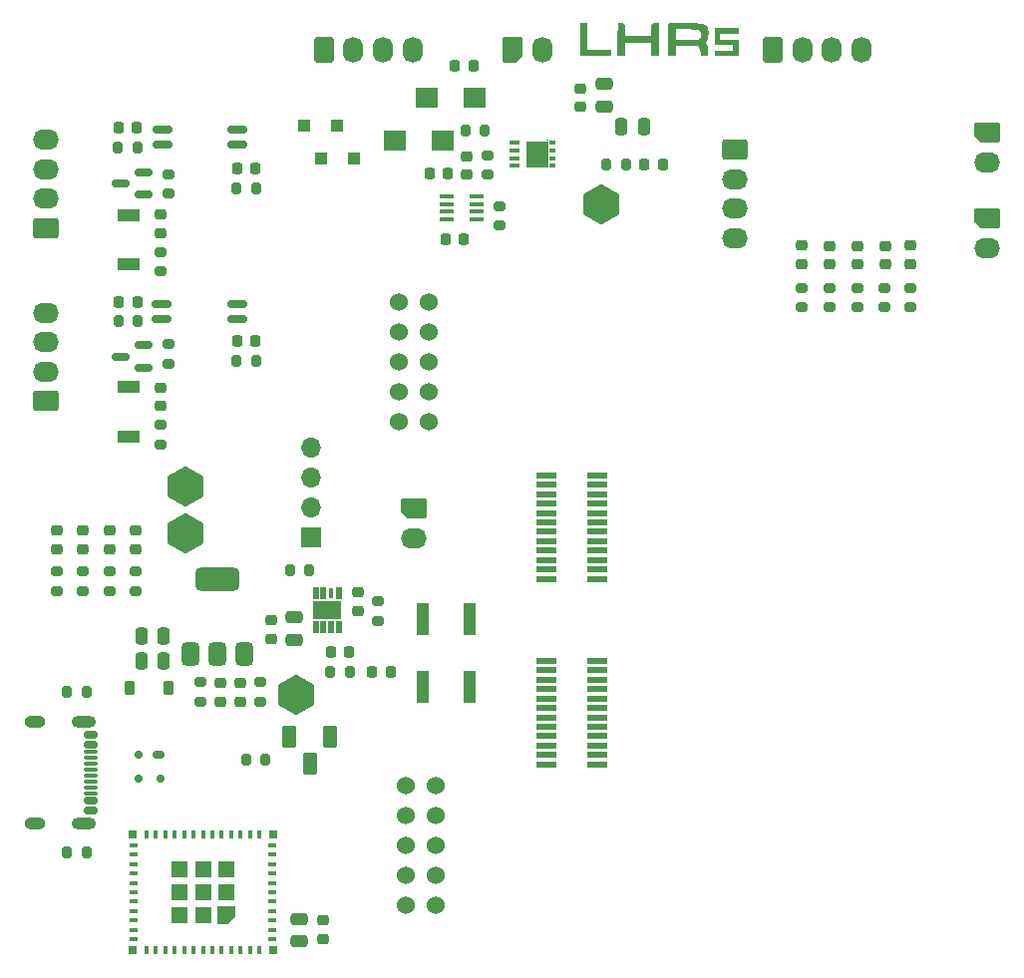
<source format=gbr>
%TF.GenerationSoftware,KiCad,Pcbnew,9.0.0*%
%TF.CreationDate,2025-08-25T23:02:16-05:00*%
%TF.ProjectId,VehicleControlUnit,56656869-636c-4654-936f-6e74726f6c55,rev?*%
%TF.SameCoordinates,Original*%
%TF.FileFunction,Soldermask,Top*%
%TF.FilePolarity,Negative*%
%FSLAX46Y46*%
G04 Gerber Fmt 4.6, Leading zero omitted, Abs format (unit mm)*
G04 Created by KiCad (PCBNEW 9.0.0) date 2025-08-25 23:02:16*
%MOMM*%
%LPD*%
G01*
G04 APERTURE LIST*
G04 Aperture macros list*
%AMRoundRect*
0 Rectangle with rounded corners*
0 $1 Rounding radius*
0 $2 $3 $4 $5 $6 $7 $8 $9 X,Y pos of 4 corners*
0 Add a 4 corners polygon primitive as box body*
4,1,4,$2,$3,$4,$5,$6,$7,$8,$9,$2,$3,0*
0 Add four circle primitives for the rounded corners*
1,1,$1+$1,$2,$3*
1,1,$1+$1,$4,$5*
1,1,$1+$1,$6,$7*
1,1,$1+$1,$8,$9*
0 Add four rect primitives between the rounded corners*
20,1,$1+$1,$2,$3,$4,$5,0*
20,1,$1+$1,$4,$5,$6,$7,0*
20,1,$1+$1,$6,$7,$8,$9,0*
20,1,$1+$1,$8,$9,$2,$3,0*%
%AMFreePoly0*
4,1,7,1.500000,0.866025,1.500000,-0.866025,0.000000,-1.732051,-1.500000,-0.866025,-1.500000,0.866025,0.000000,1.732051,1.500000,0.866025,1.500000,0.866025,$1*%
%AMFreePoly1*
4,1,22,0.945671,0.830970,1.026777,0.776777,1.080970,0.695671,1.100000,0.600000,1.100000,-0.600000,1.080970,-0.695671,1.026777,-0.776777,0.945671,-0.830970,0.850000,-0.850000,-0.450000,-0.850000,-0.545671,-0.830970,-0.626777,-0.776777,-1.026777,-0.376777,-1.080970,-0.295671,-1.100000,-0.200000,-1.100000,0.600000,-1.080970,0.695671,-1.026777,0.776777,-0.945671,0.830970,-0.850000,0.850000,
0.850000,0.850000,0.945671,0.830970,0.945671,0.830970,$1*%
%AMFreePoly2*
4,1,6,0.725000,-0.725000,-0.725000,-0.725000,-0.725000,0.125000,-0.125000,0.725000,0.725000,0.725000,0.725000,-0.725000,0.725000,-0.725000,$1*%
G04 Aperture macros list end*
%ADD10C,0.000000*%
%ADD11RoundRect,0.200000X0.275000X-0.200000X0.275000X0.200000X-0.275000X0.200000X-0.275000X-0.200000X0*%
%ADD12RoundRect,0.200000X-0.275000X0.200000X-0.275000X-0.200000X0.275000X-0.200000X0.275000X0.200000X0*%
%ADD13RoundRect,0.250000X0.600000X-0.850000X0.600000X0.850000X-0.600000X0.850000X-0.600000X-0.850000X0*%
%ADD14O,1.700000X2.200000*%
%ADD15RoundRect,0.065500X-0.196500X0.466500X-0.196500X-0.466500X0.196500X-0.466500X0.196500X0.466500X0*%
%ADD16RoundRect,0.040000X-0.120000X0.390000X-0.120000X-0.390000X0.120000X-0.390000X0.120000X0.390000X0*%
%ADD17R,2.400000X1.650000*%
%ADD18FreePoly0,0.000000*%
%ADD19RoundRect,0.250000X0.850000X0.600000X-0.850000X0.600000X-0.850000X-0.600000X0.850000X-0.600000X0*%
%ADD20O,2.200000X1.700000*%
%ADD21RoundRect,0.218750X-0.256250X0.218750X-0.256250X-0.218750X0.256250X-0.218750X0.256250X0.218750X0*%
%ADD22RoundRect,0.150000X-0.425000X0.150000X-0.425000X-0.150000X0.425000X-0.150000X0.425000X0.150000X0*%
%ADD23RoundRect,0.075000X-0.500000X0.075000X-0.500000X-0.075000X0.500000X-0.075000X0.500000X0.075000X0*%
%ADD24O,2.100000X1.000000*%
%ADD25O,1.800000X1.000000*%
%ADD26FreePoly1,0.000000*%
%ADD27RoundRect,0.200000X-0.200000X-0.275000X0.200000X-0.275000X0.200000X0.275000X-0.200000X0.275000X0*%
%ADD28R,1.970000X1.670000*%
%ADD29RoundRect,0.250000X0.300000X0.300000X-0.300000X0.300000X-0.300000X-0.300000X0.300000X-0.300000X0*%
%ADD30RoundRect,0.200000X0.200000X0.275000X-0.200000X0.275000X-0.200000X-0.275000X0.200000X-0.275000X0*%
%ADD31R,1.000000X2.750000*%
%ADD32C,1.524000*%
%ADD33RoundRect,0.150000X-0.662500X-0.150000X0.662500X-0.150000X0.662500X0.150000X-0.662500X0.150000X0*%
%ADD34RoundRect,0.102000X0.500000X0.800000X-0.500000X0.800000X-0.500000X-0.800000X0.500000X-0.800000X0*%
%ADD35RoundRect,0.218750X0.218750X0.256250X-0.218750X0.256250X-0.218750X-0.256250X0.218750X-0.256250X0*%
%ADD36FreePoly1,90.000000*%
%ADD37RoundRect,0.225000X-0.225000X-0.250000X0.225000X-0.250000X0.225000X0.250000X-0.225000X0.250000X0*%
%ADD38R,0.800000X0.400000*%
%ADD39R,0.400000X0.800000*%
%ADD40FreePoly2,180.000000*%
%ADD41R,1.450000X1.450000*%
%ADD42R,0.700000X0.700000*%
%ADD43R,1.890000X1.140000*%
%ADD44R,0.830000X0.400000*%
%ADD45R,0.620000X0.400000*%
%ADD46R,1.850000X2.250000*%
%ADD47R,0.130000X0.050000*%
%ADD48R,1.800000X0.550000*%
%ADD49RoundRect,0.250000X0.475000X-0.250000X0.475000X0.250000X-0.475000X0.250000X-0.475000X-0.250000X0*%
%ADD50RoundRect,0.250000X-0.850000X-0.600000X0.850000X-0.600000X0.850000X0.600000X-0.850000X0.600000X0*%
%ADD51R,1.200000X0.450000*%
%ADD52RoundRect,0.225000X0.225000X0.250000X-0.225000X0.250000X-0.225000X-0.250000X0.225000X-0.250000X0*%
%ADD53RoundRect,0.225000X0.250000X-0.225000X0.250000X0.225000X-0.250000X0.225000X-0.250000X-0.225000X0*%
%ADD54RoundRect,0.250000X-0.475000X0.250000X-0.475000X-0.250000X0.475000X-0.250000X0.475000X0.250000X0*%
%ADD55RoundRect,0.375000X0.375000X-0.625000X0.375000X0.625000X-0.375000X0.625000X-0.375000X-0.625000X0*%
%ADD56RoundRect,0.500000X1.400000X-0.500000X1.400000X0.500000X-1.400000X0.500000X-1.400000X-0.500000X0*%
%ADD57RoundRect,0.225000X-0.250000X0.225000X-0.250000X-0.225000X0.250000X-0.225000X0.250000X0.225000X0*%
%ADD58RoundRect,0.250000X0.250000X0.475000X-0.250000X0.475000X-0.250000X-0.475000X0.250000X-0.475000X0*%
%ADD59RoundRect,0.150000X0.587500X0.150000X-0.587500X0.150000X-0.587500X-0.150000X0.587500X-0.150000X0*%
%ADD60RoundRect,0.225000X0.225000X0.375000X-0.225000X0.375000X-0.225000X-0.375000X0.225000X-0.375000X0*%
%ADD61RoundRect,0.175000X-0.325000X0.175000X-0.325000X-0.175000X0.325000X-0.175000X0.325000X0.175000X0*%
%ADD62RoundRect,0.150000X-0.150000X0.200000X-0.150000X-0.200000X0.150000X-0.200000X0.150000X0.200000X0*%
%ADD63RoundRect,0.250000X-0.250000X-0.475000X0.250000X-0.475000X0.250000X0.475000X-0.250000X0.475000X0*%
%ADD64R,1.700000X1.700000*%
%ADD65O,1.700000X1.700000*%
G04 APERTURE END LIST*
D10*
%TO.C,G\u002A\u002A\u002A*%
G36*
X158220639Y-62721515D02*
G01*
X158245838Y-63855443D01*
X159266373Y-63869086D01*
X160286909Y-63882729D01*
X160286909Y-64133669D01*
X160286909Y-64384610D01*
X158950596Y-64384610D01*
X157614283Y-64384610D01*
X157627679Y-62986098D01*
X157641076Y-61587586D01*
X157918258Y-61587586D01*
X158195441Y-61587586D01*
X158220639Y-62721515D01*
G37*
G36*
X171085718Y-62234808D02*
G01*
X171085718Y-62461594D01*
X170304567Y-62461594D01*
X169523416Y-62461594D01*
X169523416Y-62713578D01*
X169523416Y-62965562D01*
X170304567Y-62965562D01*
X171085718Y-62965562D01*
X171085718Y-63671118D01*
X171085718Y-64376673D01*
X170077781Y-64376673D01*
X169069845Y-64376673D01*
X169069845Y-64149888D01*
X169069845Y-63923102D01*
X169850996Y-63923102D01*
X170632146Y-63923102D01*
X170632146Y-63671118D01*
X170632146Y-63419134D01*
X169850996Y-63419134D01*
X169069845Y-63419134D01*
X169069845Y-62713578D01*
X169069845Y-62008023D01*
X170077781Y-62008023D01*
X171085718Y-62008023D01*
X171085718Y-62234808D01*
G37*
G36*
X164096673Y-61571480D02*
G01*
X164293457Y-61587586D01*
X164306853Y-62986098D01*
X164320249Y-64384610D01*
X163993523Y-64384610D01*
X163666797Y-64384610D01*
X163652548Y-63817646D01*
X163638298Y-63250681D01*
X162543827Y-63237104D01*
X161449355Y-63223526D01*
X161435096Y-63791469D01*
X161420838Y-64359411D01*
X161105056Y-64374436D01*
X160789274Y-64389461D01*
X160802675Y-62988524D01*
X160816076Y-61587586D01*
X161072536Y-61572635D01*
X161271635Y-61577471D01*
X161380208Y-61620030D01*
X161385573Y-61625854D01*
X161411120Y-61703183D01*
X161433896Y-61855853D01*
X161450721Y-62058411D01*
X161456692Y-62195171D01*
X161471234Y-62696316D01*
X162554766Y-62696316D01*
X163638298Y-62696316D01*
X163652597Y-62155084D01*
X163661906Y-61897165D01*
X163681616Y-61724389D01*
X163723626Y-61621119D01*
X163799835Y-61571715D01*
X163922143Y-61560540D01*
X164096673Y-61571480D01*
G37*
G36*
X166326234Y-61567490D02*
G01*
X166649362Y-61571334D01*
X167117570Y-61579803D01*
X167495500Y-61592479D01*
X167793668Y-61613466D01*
X168022589Y-61646867D01*
X168192779Y-61696788D01*
X168314753Y-61767331D01*
X168399027Y-61862602D01*
X168456117Y-61986704D01*
X168496538Y-62143742D01*
X168525197Y-62303466D01*
X168535626Y-62505924D01*
X168512033Y-62728415D01*
X168461540Y-62936958D01*
X168391267Y-63097576D01*
X168347216Y-63152770D01*
X168282975Y-63218686D01*
X168283142Y-63270992D01*
X168350133Y-63351182D01*
X168359344Y-63360995D01*
X168415408Y-63435961D01*
X168452075Y-63533385D01*
X168475161Y-63678244D01*
X168490479Y-63895515D01*
X168492283Y-63932039D01*
X168513921Y-64384610D01*
X168180177Y-64384610D01*
X167846433Y-64384610D01*
X167846433Y-64089025D01*
X167834187Y-63882323D01*
X167791743Y-63738961D01*
X167741981Y-63660652D01*
X167637530Y-63527864D01*
X166683648Y-63527864D01*
X165729766Y-63527864D01*
X165729766Y-63956237D01*
X165729766Y-64384610D01*
X165402187Y-64384610D01*
X165074607Y-64384610D01*
X165074607Y-62999657D01*
X165074607Y-62536726D01*
X165074607Y-62116753D01*
X165729766Y-62116753D01*
X165729766Y-62536726D01*
X165734033Y-62734263D01*
X165745387Y-62891984D01*
X165761661Y-62983622D01*
X165767564Y-62994709D01*
X165827664Y-63005809D01*
X165972089Y-63013814D01*
X166184409Y-63018371D01*
X166448190Y-63019129D01*
X166747003Y-63015736D01*
X166748564Y-63015708D01*
X167085327Y-63008617D01*
X167335810Y-63000220D01*
X167514526Y-62989014D01*
X167635986Y-62973495D01*
X167714704Y-62952161D01*
X167765194Y-62923507D01*
X167781698Y-62908703D01*
X167847040Y-62790572D01*
X167871252Y-62599107D01*
X167871631Y-62564072D01*
X167861636Y-62394739D01*
X167823255Y-62287806D01*
X167752655Y-62213094D01*
X167702565Y-62179156D01*
X167638268Y-62154211D01*
X167544659Y-62136897D01*
X167406633Y-62125857D01*
X167209085Y-62119733D01*
X166936909Y-62117164D01*
X166681723Y-62116753D01*
X165729766Y-62116753D01*
X165074607Y-62116753D01*
X165074607Y-61614705D01*
X165200453Y-61583119D01*
X165283609Y-61575336D01*
X165452650Y-61569760D01*
X165692692Y-61566513D01*
X165988849Y-61565716D01*
X166326234Y-61567490D01*
G37*
%TD*%
D11*
%TO.C,R4*%
X181175000Y-85725000D03*
X181175000Y-84075000D03*
%TD*%
D12*
%TO.C,R7*%
X130475000Y-117575000D03*
X130475000Y-119225000D03*
%TD*%
D13*
%TO.C,J14*%
X174000000Y-63850000D03*
D14*
X176500000Y-63850000D03*
X179000000Y-63850000D03*
X181500000Y-63850000D03*
%TD*%
D15*
%TO.C,U1*%
X137125000Y-109975000D03*
D16*
X136475000Y-109975000D03*
D15*
X135825000Y-109975000D03*
X135175000Y-109975000D03*
X135175000Y-112845000D03*
X135825000Y-112845000D03*
X136475000Y-112845000D03*
X137125000Y-112845000D03*
D17*
X136150000Y-111410000D03*
%TD*%
D18*
%TO.C,24V_TP1*%
X159450000Y-77000000D03*
%TD*%
D19*
%TO.C,J7*%
X112267280Y-79000000D03*
D20*
X112267280Y-76500000D03*
X112267280Y-74000000D03*
X112267280Y-71500000D03*
%TD*%
D21*
%TO.C,LV4*%
X113150000Y-104678647D03*
X113150000Y-106253647D03*
%TD*%
D22*
%TO.C,J9*%
X116090000Y-122050000D03*
X116090000Y-122850000D03*
D23*
X116090000Y-124000000D03*
X116090000Y-125000000D03*
X116090000Y-125500000D03*
X116090000Y-126500000D03*
D22*
X116090000Y-127650000D03*
X116090000Y-128450000D03*
X116090000Y-128450000D03*
X116090000Y-127650000D03*
D23*
X116090000Y-127000000D03*
X116090000Y-126000000D03*
X116090000Y-124500000D03*
X116090000Y-123500000D03*
D22*
X116090000Y-122850000D03*
X116090000Y-122050000D03*
D24*
X115515000Y-120930000D03*
D25*
X111335000Y-120930000D03*
D24*
X115515000Y-129570000D03*
D25*
X111335000Y-129570000D03*
%TD*%
D26*
%TO.C,J16*%
X192200000Y-78200000D03*
D20*
X192200000Y-80700000D03*
%TD*%
D27*
%TO.C,R23*%
X129235000Y-124120000D03*
X130885000Y-124120000D03*
%TD*%
%TO.C,R17*%
X128460000Y-90300000D03*
X130110000Y-90300000D03*
%TD*%
D18*
%TO.C,3V31*%
X133525000Y-118650000D03*
%TD*%
D21*
%TO.C,LED3*%
X181175000Y-80512500D03*
X181175000Y-82087500D03*
%TD*%
D28*
%TO.C,Z2*%
X148675000Y-67950000D03*
X144625000Y-67950000D03*
%TD*%
D29*
%TO.C,D11*%
X138450000Y-73050000D03*
X135650000Y-73050000D03*
%TD*%
D30*
%TO.C,R8*%
X134625000Y-108025000D03*
X132975000Y-108025000D03*
%TD*%
D31*
%TO.C,SW1*%
X148260000Y-112195000D03*
X148260000Y-117945000D03*
X144260000Y-112195000D03*
X144260000Y-117945000D03*
%TD*%
D11*
%TO.C,R20*%
X122650000Y-90500000D03*
X122650000Y-88850000D03*
%TD*%
D32*
%TO.C,J13*%
X145336700Y-126353400D03*
X142796700Y-126353400D03*
X145336700Y-128893400D03*
X142796700Y-128893400D03*
X145336700Y-131433400D03*
X142796700Y-131433400D03*
X145336700Y-133973400D03*
X142796700Y-133973400D03*
X145336700Y-136513400D03*
X142796700Y-136513400D03*
%TD*%
D33*
%TO.C,U3*%
X122137500Y-70640000D03*
X122137500Y-71910000D03*
X128512500Y-71910000D03*
X128512500Y-70640000D03*
%TD*%
D11*
%TO.C,R3*%
X178825000Y-85725000D03*
X178825000Y-84075000D03*
%TD*%
D34*
%TO.C,SW2*%
X136420000Y-122190000D03*
X134670000Y-124490000D03*
X132920000Y-122190000D03*
%TD*%
D35*
%TO.C,LVPWR1*%
X164655000Y-73600000D03*
X163080000Y-73600000D03*
%TD*%
D13*
%TO.C,J2*%
X135875000Y-63845000D03*
D14*
X138375000Y-63845000D03*
X140875000Y-63845000D03*
X143375000Y-63845000D03*
%TD*%
D36*
%TO.C,J1*%
X151900000Y-63840000D03*
D14*
X154400000Y-63840000D03*
%TD*%
D29*
%TO.C,D10*%
X137000000Y-70250000D03*
X134200000Y-70250000D03*
%TD*%
D37*
%TO.C,C15*%
X118425000Y-70475000D03*
X119975000Y-70475000D03*
%TD*%
D12*
%TO.C,R28*%
X149800000Y-72825000D03*
X149800000Y-74475000D03*
%TD*%
D38*
%TO.C,U4*%
X131500000Y-139400000D03*
X131500000Y-138600000D03*
X131500000Y-137800000D03*
X131500000Y-137000000D03*
X131500000Y-136200000D03*
X131500000Y-135400000D03*
X131500000Y-134600000D03*
X131500000Y-133800000D03*
X131500000Y-133000000D03*
X131500000Y-132200000D03*
X131500000Y-131400000D03*
D39*
X130400000Y-130500000D03*
X129600000Y-130500000D03*
X128800000Y-130500000D03*
X128000000Y-130500000D03*
X127200000Y-130500000D03*
X126400000Y-130500000D03*
X125600000Y-130500000D03*
X124800000Y-130500000D03*
X124000000Y-130500000D03*
X123200000Y-130500000D03*
X122400000Y-130500000D03*
X121600000Y-130500000D03*
X120800000Y-130500000D03*
D38*
X119700000Y-131400000D03*
X119700000Y-132200000D03*
X119700000Y-133000000D03*
X119700000Y-133800000D03*
X119700000Y-134600000D03*
X119700000Y-135400000D03*
X119700000Y-136200000D03*
X119700000Y-137000000D03*
X119700000Y-137800000D03*
X119700000Y-138600000D03*
X119700000Y-139400000D03*
D39*
X120800000Y-140300000D03*
X121600000Y-140300000D03*
X122400000Y-140300000D03*
X123200000Y-140300000D03*
X124000000Y-140300000D03*
X124800000Y-140300000D03*
X125600000Y-140300000D03*
X126400000Y-140300000D03*
X127200000Y-140300000D03*
X128000000Y-140300000D03*
X128800000Y-140300000D03*
X129600000Y-140300000D03*
X130400000Y-140300000D03*
D40*
X127575000Y-137375000D03*
D41*
X127575000Y-135400000D03*
X127575000Y-133425000D03*
X125600000Y-137375000D03*
X125600000Y-135400000D03*
X125600000Y-133425000D03*
X123625000Y-137375000D03*
X123625000Y-135400000D03*
X123625000Y-133425000D03*
D42*
X119650000Y-140350000D03*
X119650000Y-130450000D03*
X131550000Y-130450000D03*
X131550000Y-140350000D03*
%TD*%
D37*
%TO.C,C18*%
X139985000Y-116690000D03*
X141535000Y-116690000D03*
%TD*%
D11*
%TO.C,R24*%
X119900000Y-109816147D03*
X119900000Y-108166147D03*
%TD*%
D43*
%TO.C,D7*%
X119262500Y-82092500D03*
X119262500Y-77892500D03*
%TD*%
D21*
%TO.C,LED4*%
X183525000Y-80512500D03*
X183525000Y-82087500D03*
%TD*%
D18*
%TO.C,3V3_LSOM1*%
X124125000Y-100975000D03*
%TD*%
D44*
%TO.C,Q1*%
X152060000Y-71750000D03*
X152060000Y-72400000D03*
X152060000Y-73050000D03*
X152060000Y-73700000D03*
D45*
X155235000Y-73700000D03*
X155235000Y-73050000D03*
X155235000Y-72400000D03*
X155235000Y-71750000D03*
D46*
X154000000Y-72725000D03*
D47*
X154860000Y-73875000D03*
X154860000Y-71575000D03*
%TD*%
D21*
%TO.C,LED1*%
X176425000Y-80462500D03*
X176425000Y-82037500D03*
%TD*%
D48*
%TO.C,J4*%
X159100002Y-108786089D03*
X154800061Y-108786090D03*
X159100061Y-107986090D03*
X154800000Y-107986090D03*
X159100061Y-107186090D03*
X154800000Y-107186089D03*
X159100061Y-106386090D03*
X154800000Y-106386091D03*
X159100061Y-105586090D03*
X154800000Y-105586090D03*
X159100061Y-104786090D03*
X154800000Y-104786092D03*
X159100061Y-103986090D03*
X154800000Y-103986091D03*
X159100061Y-103186090D03*
X154800000Y-103186090D03*
X159100002Y-102386091D03*
X154800000Y-102386091D03*
X159100002Y-101586091D03*
X154800000Y-101586091D03*
X159100002Y-100786092D03*
X154800000Y-100786092D03*
X159100002Y-99986091D03*
X154800000Y-99986091D03*
X159050002Y-124540067D03*
X154750000Y-124540067D03*
X159050002Y-123740068D03*
X154750000Y-123740068D03*
X159050002Y-122940067D03*
X154750000Y-122940067D03*
X159050002Y-122140069D03*
X154750000Y-122140069D03*
X159050002Y-121340068D03*
X154750000Y-121340068D03*
X159050002Y-120540070D03*
X154750000Y-120540070D03*
X159050002Y-119740069D03*
X154750000Y-119740069D03*
X159050002Y-118940068D03*
X154750000Y-118940068D03*
X159050002Y-118140069D03*
X154750000Y-118140069D03*
X159050002Y-117340069D03*
X154750000Y-117340069D03*
X159050002Y-116540070D03*
X154750000Y-116540070D03*
X159050002Y-115740069D03*
X154750000Y-115740069D03*
%TD*%
D21*
%TO.C,LV3*%
X115400000Y-104678647D03*
X115400000Y-106253647D03*
%TD*%
D27*
%TO.C,R10*%
X114075000Y-118400000D03*
X115725000Y-118400000D03*
%TD*%
D37*
%TO.C,C20*%
X144825000Y-74350000D03*
X146375000Y-74350000D03*
%TD*%
D49*
%TO.C,C3*%
X159700000Y-68650000D03*
X159700000Y-66750000D03*
%TD*%
D50*
%TO.C,J8*%
X170750000Y-72350000D03*
D20*
X170750000Y-74850000D03*
X170750000Y-77350000D03*
X170750000Y-79850000D03*
%TD*%
D11*
%TO.C,R9*%
X140460000Y-112335000D03*
X140460000Y-110685000D03*
%TD*%
D51*
%TO.C,IC1*%
X146300000Y-76300000D03*
X146300000Y-76950000D03*
X146300000Y-77600000D03*
X146300000Y-78250000D03*
X148800000Y-78250000D03*
X148800000Y-77600000D03*
X148800000Y-76950000D03*
X148800000Y-76300000D03*
%TD*%
D52*
%TO.C,C14*%
X130052280Y-73930000D03*
X128502280Y-73930000D03*
%TD*%
D53*
%TO.C,C2*%
X148000000Y-74425000D03*
X148000000Y-72875000D03*
%TD*%
D54*
%TO.C,C11*%
X133800000Y-137650000D03*
X133800000Y-139550000D03*
%TD*%
D11*
%TO.C,R26*%
X115400000Y-109803647D03*
X115400000Y-108153647D03*
%TD*%
D43*
%TO.C,D8*%
X119285000Y-96700000D03*
X119285000Y-92500000D03*
%TD*%
D52*
%TO.C,C16*%
X130060000Y-88600000D03*
X128510000Y-88600000D03*
%TD*%
D11*
%TO.C,R5*%
X183500000Y-85725000D03*
X183500000Y-84075000D03*
%TD*%
D55*
%TO.C,U8*%
X124500000Y-115150000D03*
X126800000Y-115150000D03*
D56*
X126800000Y-108850000D03*
D55*
X129100000Y-115150000D03*
%TD*%
D11*
%TO.C,R15*%
X122700000Y-76075000D03*
X122700000Y-74425000D03*
%TD*%
D57*
%TO.C,C9*%
X135800000Y-137800000D03*
X135800000Y-139350000D03*
%TD*%
D58*
%TO.C,C13*%
X122250000Y-113600000D03*
X120350000Y-113600000D03*
%TD*%
D27*
%TO.C,R14*%
X118375000Y-72150000D03*
X120025000Y-72150000D03*
%TD*%
D33*
%TO.C,U2*%
X122112500Y-85465000D03*
X122112500Y-86735000D03*
X128487500Y-86735000D03*
X128487500Y-85465000D03*
%TD*%
D27*
%TO.C,R19*%
X118425000Y-86925000D03*
X120075000Y-86925000D03*
%TD*%
D11*
%TO.C,R25*%
X117650000Y-109803647D03*
X117650000Y-108153647D03*
%TD*%
D21*
%TO.C,D3*%
X128775000Y-117612500D03*
X128775000Y-119187500D03*
%TD*%
%TO.C,LED2*%
X178825000Y-80512500D03*
X178825000Y-82087500D03*
%TD*%
D11*
%TO.C,R2*%
X176425000Y-85725000D03*
X176425000Y-84075000D03*
%TD*%
D53*
%TO.C,C8*%
X131400000Y-113875000D03*
X131400000Y-112325000D03*
%TD*%
D19*
%TO.C,J6*%
X112275000Y-93670000D03*
D20*
X112275000Y-91170000D03*
X112275000Y-88670000D03*
X112275000Y-86170000D03*
%TD*%
D59*
%TO.C,Q2*%
X120512500Y-76162500D03*
X120512500Y-74262500D03*
X118637500Y-75212500D03*
%TD*%
D21*
%TO.C,D2*%
X127050000Y-117612500D03*
X127050000Y-119187500D03*
%TD*%
D12*
%TO.C,R13*%
X150800000Y-77125000D03*
X150800000Y-78775000D03*
%TD*%
D27*
%TO.C,R1*%
X159875000Y-73600000D03*
X161525000Y-73600000D03*
%TD*%
D11*
%TO.C,R29*%
X185675000Y-85700000D03*
X185675000Y-84050000D03*
%TD*%
D12*
%TO.C,R6*%
X125375000Y-117575000D03*
X125375000Y-119225000D03*
%TD*%
D58*
%TO.C,C7*%
X122250000Y-115750000D03*
X120350000Y-115750000D03*
%TD*%
D60*
%TO.C,D4*%
X122700000Y-118050000D03*
X119400000Y-118050000D03*
%TD*%
D21*
%TO.C,LV2*%
X117650000Y-104678647D03*
X117650000Y-106253647D03*
%TD*%
D53*
%TO.C,C4*%
X157650000Y-68675000D03*
X157650000Y-67125000D03*
%TD*%
D21*
%TO.C,LED5*%
X185675000Y-80487500D03*
X185675000Y-82062500D03*
%TD*%
D32*
%TO.C,J5*%
X144750000Y-85250000D03*
X142210000Y-85250000D03*
X144750000Y-87790000D03*
X142210000Y-87790000D03*
X144750000Y-90330000D03*
X142210000Y-90330000D03*
X144750000Y-92870000D03*
X142210000Y-92870000D03*
X144750000Y-95410000D03*
X142210000Y-95410000D03*
%TD*%
D27*
%TO.C,R22*%
X136405000Y-116650000D03*
X138055000Y-116650000D03*
%TD*%
D37*
%TO.C,C12*%
X136450000Y-115000000D03*
X138000000Y-115000000D03*
%TD*%
D59*
%TO.C,Q3*%
X120512500Y-90850000D03*
X120512500Y-88950000D03*
X118637500Y-89900000D03*
%TD*%
D52*
%TO.C,C1*%
X147775000Y-79900000D03*
X146225000Y-79900000D03*
%TD*%
D26*
%TO.C,J15*%
X192200000Y-70900000D03*
D20*
X192200000Y-73400000D03*
%TD*%
D49*
%TO.C,C10*%
X133300000Y-113950000D03*
X133300000Y-112050000D03*
%TD*%
D21*
%TO.C,Con1*%
X121977280Y-77842500D03*
X121977280Y-79417500D03*
%TD*%
D11*
%TO.C,R27*%
X113150000Y-109791147D03*
X113150000Y-108141147D03*
%TD*%
D30*
%TO.C,R18*%
X149525000Y-70750000D03*
X147875000Y-70750000D03*
%TD*%
D61*
%TO.C,D1*%
X121800000Y-123750000D03*
D62*
X120100000Y-123750000D03*
X120100000Y-125750000D03*
X122000000Y-125750000D03*
%TD*%
D63*
%TO.C,C21*%
X161150000Y-70400000D03*
X163050000Y-70400000D03*
%TD*%
D37*
%TO.C,C17*%
X118475000Y-85300000D03*
X120025000Y-85300000D03*
%TD*%
D12*
%TO.C,R21*%
X121985000Y-95695000D03*
X121985000Y-97345000D03*
%TD*%
D21*
%TO.C,Con2*%
X121985000Y-92525000D03*
X121985000Y-94100000D03*
%TD*%
D12*
%TO.C,R16*%
X121982280Y-81005000D03*
X121982280Y-82655000D03*
%TD*%
D26*
%TO.C,J3*%
X143530000Y-102840000D03*
D20*
X143530000Y-105340000D03*
%TD*%
D21*
%TO.C,LV1*%
X119900000Y-104678647D03*
X119900000Y-106253647D03*
%TD*%
D27*
%TO.C,R11*%
X114075000Y-132050000D03*
X115725000Y-132050000D03*
%TD*%
D52*
%TO.C,C5*%
X148550000Y-65250000D03*
X147000000Y-65250000D03*
%TD*%
D18*
%TO.C,LVGND_TP1*%
X124100000Y-104950000D03*
%TD*%
D53*
%TO.C,C6*%
X138760000Y-111495000D03*
X138760000Y-109945000D03*
%TD*%
D64*
%TO.C,J10*%
X134800000Y-105275000D03*
D65*
X134800000Y-102735000D03*
X134800000Y-100195000D03*
X134800000Y-97655000D03*
%TD*%
D28*
%TO.C,Z1*%
X145925000Y-71550000D03*
X141875000Y-71550000D03*
%TD*%
D27*
%TO.C,R12*%
X128452280Y-75630000D03*
X130102280Y-75630000D03*
%TD*%
M02*

</source>
